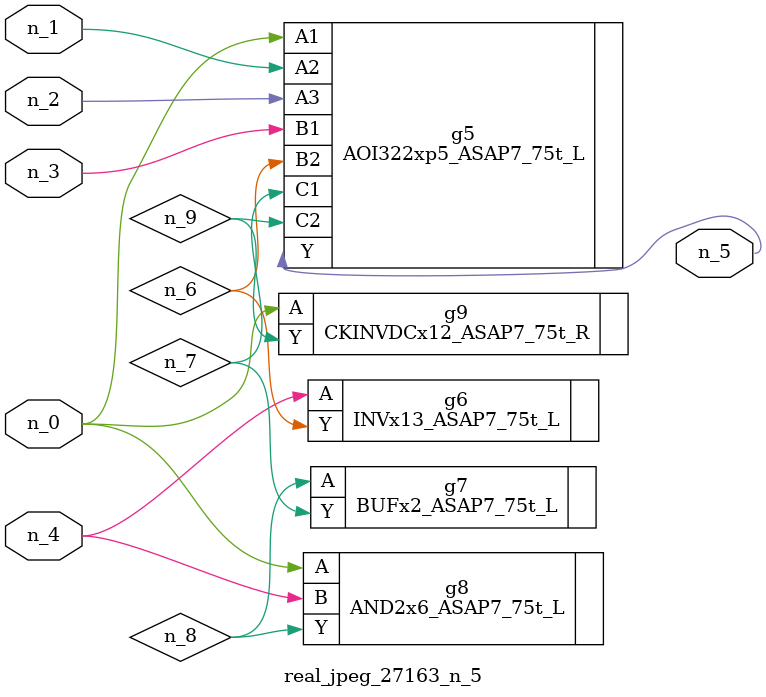
<source format=v>
module real_jpeg_27163_n_5 (n_4, n_0, n_1, n_2, n_3, n_5);

input n_4;
input n_0;
input n_1;
input n_2;
input n_3;

output n_5;

wire n_8;
wire n_6;
wire n_7;
wire n_9;

AOI322xp5_ASAP7_75t_L g5 ( 
.A1(n_0),
.A2(n_1),
.A3(n_2),
.B1(n_3),
.B2(n_6),
.C1(n_7),
.C2(n_9),
.Y(n_5)
);

AND2x6_ASAP7_75t_L g8 ( 
.A(n_0),
.B(n_4),
.Y(n_8)
);

CKINVDCx12_ASAP7_75t_R g9 ( 
.A(n_0),
.Y(n_9)
);

INVx13_ASAP7_75t_L g6 ( 
.A(n_4),
.Y(n_6)
);

BUFx2_ASAP7_75t_L g7 ( 
.A(n_8),
.Y(n_7)
);


endmodule
</source>
